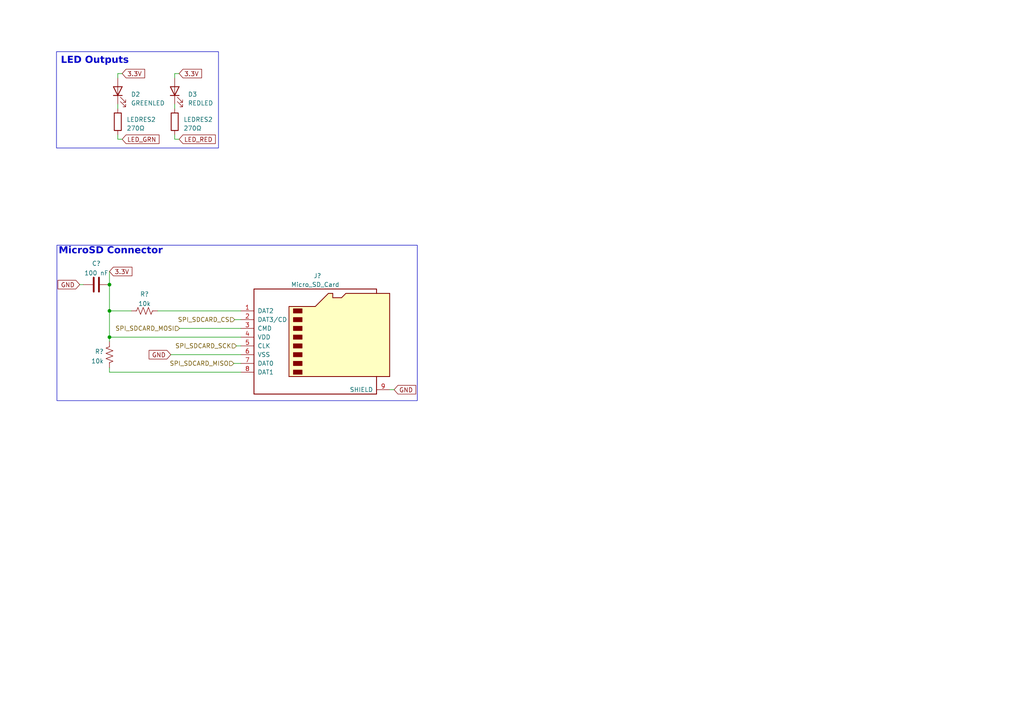
<source format=kicad_sch>
(kicad_sch (version 20230121) (generator eeschema)

  (uuid 995b9a48-067e-4433-981e-8b2598dc72e4)

  (paper "A4")

  (lib_symbols
    (symbol "Connector:Micro_SD_Card" (pin_names (offset 1.016)) (in_bom yes) (on_board yes)
      (property "Reference" "J" (at -16.51 15.24 0)
        (effects (font (size 1.27 1.27)))
      )
      (property "Value" "Micro_SD_Card" (at 16.51 15.24 0)
        (effects (font (size 1.27 1.27)) (justify right))
      )
      (property "Footprint" "" (at 29.21 7.62 0)
        (effects (font (size 1.27 1.27)) hide)
      )
      (property "Datasheet" "http://katalog.we-online.de/em/datasheet/693072010801.pdf" (at 0 0 0)
        (effects (font (size 1.27 1.27)) hide)
      )
      (property "ki_keywords" "connector SD microsd" (at 0 0 0)
        (effects (font (size 1.27 1.27)) hide)
      )
      (property "ki_description" "Micro SD Card Socket" (at 0 0 0)
        (effects (font (size 1.27 1.27)) hide)
      )
      (property "ki_fp_filters" "microSD*" (at 0 0 0)
        (effects (font (size 1.27 1.27)) hide)
      )
      (symbol "Micro_SD_Card_0_1"
        (rectangle (start -7.62 -9.525) (end -5.08 -10.795)
          (stroke (width 0) (type default))
          (fill (type outline))
        )
        (rectangle (start -7.62 -6.985) (end -5.08 -8.255)
          (stroke (width 0) (type default))
          (fill (type outline))
        )
        (rectangle (start -7.62 -4.445) (end -5.08 -5.715)
          (stroke (width 0) (type default))
          (fill (type outline))
        )
        (rectangle (start -7.62 -1.905) (end -5.08 -3.175)
          (stroke (width 0) (type default))
          (fill (type outline))
        )
        (rectangle (start -7.62 0.635) (end -5.08 -0.635)
          (stroke (width 0) (type default))
          (fill (type outline))
        )
        (rectangle (start -7.62 3.175) (end -5.08 1.905)
          (stroke (width 0) (type default))
          (fill (type outline))
        )
        (rectangle (start -7.62 5.715) (end -5.08 4.445)
          (stroke (width 0) (type default))
          (fill (type outline))
        )
        (rectangle (start -7.62 8.255) (end -5.08 6.985)
          (stroke (width 0) (type default))
          (fill (type outline))
        )
        (polyline
          (pts
            (xy 16.51 12.7)
            (xy 16.51 13.97)
            (xy -19.05 13.97)
            (xy -19.05 -16.51)
            (xy 16.51 -16.51)
            (xy 16.51 -11.43)
          )
          (stroke (width 0.254) (type default))
          (fill (type none))
        )
        (polyline
          (pts
            (xy -8.89 -11.43)
            (xy -8.89 8.89)
            (xy -1.27 8.89)
            (xy 2.54 12.7)
            (xy 3.81 12.7)
            (xy 3.81 11.43)
            (xy 6.35 11.43)
            (xy 7.62 12.7)
            (xy 20.32 12.7)
            (xy 20.32 -11.43)
            (xy -8.89 -11.43)
          )
          (stroke (width 0.254) (type default))
          (fill (type background))
        )
      )
      (symbol "Micro_SD_Card_1_1"
        (pin bidirectional line (at -22.86 7.62 0) (length 3.81)
          (name "DAT2" (effects (font (size 1.27 1.27))))
          (number "1" (effects (font (size 1.27 1.27))))
        )
        (pin bidirectional line (at -22.86 5.08 0) (length 3.81)
          (name "DAT3/CD" (effects (font (size 1.27 1.27))))
          (number "2" (effects (font (size 1.27 1.27))))
        )
        (pin input line (at -22.86 2.54 0) (length 3.81)
          (name "CMD" (effects (font (size 1.27 1.27))))
          (number "3" (effects (font (size 1.27 1.27))))
        )
        (pin power_in line (at -22.86 0 0) (length 3.81)
          (name "VDD" (effects (font (size 1.27 1.27))))
          (number "4" (effects (font (size 1.27 1.27))))
        )
        (pin input line (at -22.86 -2.54 0) (length 3.81)
          (name "CLK" (effects (font (size 1.27 1.27))))
          (number "5" (effects (font (size 1.27 1.27))))
        )
        (pin power_in line (at -22.86 -5.08 0) (length 3.81)
          (name "VSS" (effects (font (size 1.27 1.27))))
          (number "6" (effects (font (size 1.27 1.27))))
        )
        (pin bidirectional line (at -22.86 -7.62 0) (length 3.81)
          (name "DAT0" (effects (font (size 1.27 1.27))))
          (number "7" (effects (font (size 1.27 1.27))))
        )
        (pin bidirectional line (at -22.86 -10.16 0) (length 3.81)
          (name "DAT1" (effects (font (size 1.27 1.27))))
          (number "8" (effects (font (size 1.27 1.27))))
        )
        (pin passive line (at 20.32 -15.24 180) (length 3.81)
          (name "SHIELD" (effects (font (size 1.27 1.27))))
          (number "9" (effects (font (size 1.27 1.27))))
        )
      )
    )
    (symbol "D24V50F5:C" (pin_numbers hide) (pin_names (offset 0.254)) (in_bom yes) (on_board yes)
      (property "Reference" "C" (at 0.635 2.54 0)
        (effects (font (size 1.27 1.27)) (justify left))
      )
      (property "Value" "C" (at 0.635 -2.54 0)
        (effects (font (size 1.27 1.27)) (justify left))
      )
      (property "Footprint" "" (at 0.9652 -3.81 0)
        (effects (font (size 1.27 1.27)) hide)
      )
      (property "Datasheet" "~" (at 0 0 0)
        (effects (font (size 1.27 1.27)) hide)
      )
      (property "ki_keywords" "cap capacitor" (at 0 0 0)
        (effects (font (size 1.27 1.27)) hide)
      )
      (property "ki_description" "Unpolarized capacitor" (at 0 0 0)
        (effects (font (size 1.27 1.27)) hide)
      )
      (property "ki_fp_filters" "C_*" (at 0 0 0)
        (effects (font (size 1.27 1.27)) hide)
      )
      (symbol "C_0_1"
        (polyline
          (pts
            (xy -2.032 -0.762)
            (xy 2.032 -0.762)
          )
          (stroke (width 0.508) (type default))
          (fill (type none))
        )
        (polyline
          (pts
            (xy -2.032 0.762)
            (xy 2.032 0.762)
          )
          (stroke (width 0.508) (type default))
          (fill (type none))
        )
      )
      (symbol "C_1_1"
        (pin passive line (at 0 3.81 270) (length 2.794)
          (name "~" (effects (font (size 1.27 1.27))))
          (number "1" (effects (font (size 1.27 1.27))))
        )
        (pin passive line (at 0 -3.81 90) (length 2.794)
          (name "~" (effects (font (size 1.27 1.27))))
          (number "2" (effects (font (size 1.27 1.27))))
        )
      )
    )
    (symbol "D24V50F5:R_US" (pin_numbers hide) (pin_names (offset 0)) (in_bom yes) (on_board yes)
      (property "Reference" "R" (at 2.54 0 90)
        (effects (font (size 1.27 1.27)))
      )
      (property "Value" "R_US" (at -2.54 0 90)
        (effects (font (size 1.27 1.27)))
      )
      (property "Footprint" "" (at 1.016 -0.254 90)
        (effects (font (size 1.27 1.27)) hide)
      )
      (property "Datasheet" "~" (at 0 0 0)
        (effects (font (size 1.27 1.27)) hide)
      )
      (property "ki_keywords" "R res resistor" (at 0 0 0)
        (effects (font (size 1.27 1.27)) hide)
      )
      (property "ki_description" "Resistor, US symbol" (at 0 0 0)
        (effects (font (size 1.27 1.27)) hide)
      )
      (property "ki_fp_filters" "R_*" (at 0 0 0)
        (effects (font (size 1.27 1.27)) hide)
      )
      (symbol "R_US_0_1"
        (polyline
          (pts
            (xy 0 -2.286)
            (xy 0 -2.54)
          )
          (stroke (width 0) (type default))
          (fill (type none))
        )
        (polyline
          (pts
            (xy 0 2.286)
            (xy 0 2.54)
          )
          (stroke (width 0) (type default))
          (fill (type none))
        )
        (polyline
          (pts
            (xy 0 -0.762)
            (xy 1.016 -1.143)
            (xy 0 -1.524)
            (xy -1.016 -1.905)
            (xy 0 -2.286)
          )
          (stroke (width 0) (type default))
          (fill (type none))
        )
        (polyline
          (pts
            (xy 0 0.762)
            (xy 1.016 0.381)
            (xy 0 0)
            (xy -1.016 -0.381)
            (xy 0 -0.762)
          )
          (stroke (width 0) (type default))
          (fill (type none))
        )
        (polyline
          (pts
            (xy 0 2.286)
            (xy 1.016 1.905)
            (xy 0 1.524)
            (xy -1.016 1.143)
            (xy 0 0.762)
          )
          (stroke (width 0) (type default))
          (fill (type none))
        )
      )
      (symbol "R_US_1_1"
        (pin passive line (at 0 3.81 270) (length 1.27)
          (name "~" (effects (font (size 1.27 1.27))))
          (number "1" (effects (font (size 1.27 1.27))))
        )
        (pin passive line (at 0 -3.81 90) (length 1.27)
          (name "~" (effects (font (size 1.27 1.27))))
          (number "2" (effects (font (size 1.27 1.27))))
        )
      )
    )
    (symbol "Device:LED" (pin_numbers hide) (pin_names (offset 1.016) hide) (in_bom yes) (on_board yes)
      (property "Reference" "D" (at 0 2.54 0)
        (effects (font (size 1.27 1.27)))
      )
      (property "Value" "LED" (at 0 -2.54 0)
        (effects (font (size 1.27 1.27)))
      )
      (property "Footprint" "" (at 0 0 0)
        (effects (font (size 1.27 1.27)) hide)
      )
      (property "Datasheet" "~" (at 0 0 0)
        (effects (font (size 1.27 1.27)) hide)
      )
      (property "ki_keywords" "LED diode" (at 0 0 0)
        (effects (font (size 1.27 1.27)) hide)
      )
      (property "ki_description" "Light emitting diode" (at 0 0 0)
        (effects (font (size 1.27 1.27)) hide)
      )
      (property "ki_fp_filters" "LED* LED_SMD:* LED_THT:*" (at 0 0 0)
        (effects (font (size 1.27 1.27)) hide)
      )
      (symbol "LED_0_1"
        (polyline
          (pts
            (xy -1.27 -1.27)
            (xy -1.27 1.27)
          )
          (stroke (width 0.254) (type default))
          (fill (type none))
        )
        (polyline
          (pts
            (xy -1.27 0)
            (xy 1.27 0)
          )
          (stroke (width 0) (type default))
          (fill (type none))
        )
        (polyline
          (pts
            (xy 1.27 -1.27)
            (xy 1.27 1.27)
            (xy -1.27 0)
            (xy 1.27 -1.27)
          )
          (stroke (width 0.254) (type default))
          (fill (type none))
        )
        (polyline
          (pts
            (xy -3.048 -0.762)
            (xy -4.572 -2.286)
            (xy -3.81 -2.286)
            (xy -4.572 -2.286)
            (xy -4.572 -1.524)
          )
          (stroke (width 0) (type default))
          (fill (type none))
        )
        (polyline
          (pts
            (xy -1.778 -0.762)
            (xy -3.302 -2.286)
            (xy -2.54 -2.286)
            (xy -3.302 -2.286)
            (xy -3.302 -1.524)
          )
          (stroke (width 0) (type default))
          (fill (type none))
        )
      )
      (symbol "LED_1_1"
        (pin passive line (at -3.81 0 0) (length 2.54)
          (name "K" (effects (font (size 1.27 1.27))))
          (number "1" (effects (font (size 1.27 1.27))))
        )
        (pin passive line (at 3.81 0 180) (length 2.54)
          (name "A" (effects (font (size 1.27 1.27))))
          (number "2" (effects (font (size 1.27 1.27))))
        )
      )
    )
    (symbol "Device:R" (pin_numbers hide) (pin_names (offset 0)) (in_bom yes) (on_board yes)
      (property "Reference" "R" (at 2.032 0 90)
        (effects (font (size 1.27 1.27)))
      )
      (property "Value" "R" (at 0 0 90)
        (effects (font (size 1.27 1.27)))
      )
      (property "Footprint" "" (at -1.778 0 90)
        (effects (font (size 1.27 1.27)) hide)
      )
      (property "Datasheet" "~" (at 0 0 0)
        (effects (font (size 1.27 1.27)) hide)
      )
      (property "ki_keywords" "R res resistor" (at 0 0 0)
        (effects (font (size 1.27 1.27)) hide)
      )
      (property "ki_description" "Resistor" (at 0 0 0)
        (effects (font (size 1.27 1.27)) hide)
      )
      (property "ki_fp_filters" "R_*" (at 0 0 0)
        (effects (font (size 1.27 1.27)) hide)
      )
      (symbol "R_0_1"
        (rectangle (start -1.016 -2.54) (end 1.016 2.54)
          (stroke (width 0.254) (type default))
          (fill (type none))
        )
      )
      (symbol "R_1_1"
        (pin passive line (at 0 3.81 270) (length 1.27)
          (name "~" (effects (font (size 1.27 1.27))))
          (number "1" (effects (font (size 1.27 1.27))))
        )
        (pin passive line (at 0 -3.81 90) (length 1.27)
          (name "~" (effects (font (size 1.27 1.27))))
          (number "2" (effects (font (size 1.27 1.27))))
        )
      )
    )
  )

  (junction (at 31.75 97.79) (diameter 0) (color 0 0 0 0)
    (uuid 1c2342bc-53bd-48bc-8f1e-160358ea4ed8)
  )
  (junction (at 31.75 82.55) (diameter 0) (color 0 0 0 0)
    (uuid 44712941-cc38-4943-acfb-24cbb437d64e)
  )
  (junction (at 31.75 90.17) (diameter 0) (color 0 0 0 0)
    (uuid df9d8f07-35d7-4105-ba41-635278e494b6)
  )

  (wire (pts (xy 34.163 39.116) (xy 34.163 40.386))
    (stroke (width 0) (type default))
    (uuid 47a078c3-0027-4d95-9b09-c231781ea436)
  )
  (wire (pts (xy 69.85 107.95) (xy 31.75 107.95))
    (stroke (width 0) (type default))
    (uuid 51b28a8a-7b30-4979-b540-84af0443c68f)
  )
  (wire (pts (xy 31.75 90.17) (xy 38.1 90.17))
    (stroke (width 0) (type default))
    (uuid 53cd4021-0bc6-4997-804b-77aa339eea07)
  )
  (wire (pts (xy 45.72 90.17) (xy 69.85 90.17))
    (stroke (width 0) (type default))
    (uuid 572e1d63-6d6d-47a6-b62e-5f9ad59c8797)
  )
  (wire (pts (xy 68.072 92.71) (xy 69.85 92.71))
    (stroke (width 0) (type default))
    (uuid 5b025dcf-c35a-4e9a-9949-5d180ccab52f)
  )
  (wire (pts (xy 50.673 39.116) (xy 50.673 40.386))
    (stroke (width 0) (type default))
    (uuid 5c07c085-cf0e-47bf-b25f-cb8ea5e93289)
  )
  (wire (pts (xy 31.75 90.17) (xy 31.75 82.55))
    (stroke (width 0) (type default))
    (uuid 62493073-f8b8-45c9-8c00-76abdfc5eb3f)
  )
  (wire (pts (xy 50.673 30.226) (xy 50.673 31.496))
    (stroke (width 0) (type default))
    (uuid 8d0c19f8-adfe-4388-97dd-21adae787ee1)
  )
  (wire (pts (xy 52.07 95.25) (xy 69.85 95.25))
    (stroke (width 0) (type default))
    (uuid 9205c0ad-d1ca-4cce-9578-b53064c8c8ec)
  )
  (wire (pts (xy 31.75 107.95) (xy 31.75 106.68))
    (stroke (width 0) (type default))
    (uuid 93475184-88e2-4d09-8cd3-b7ae1677bf9b)
  )
  (wire (pts (xy 50.673 21.336) (xy 50.673 22.606))
    (stroke (width 0) (type default))
    (uuid 9edcecaa-dd0b-4bab-84d1-13edc3740599)
  )
  (wire (pts (xy 31.75 78.74) (xy 31.75 82.55))
    (stroke (width 0) (type default))
    (uuid a085d579-ad58-43d3-a601-41b9838c8d47)
  )
  (wire (pts (xy 50.673 40.386) (xy 51.943 40.386))
    (stroke (width 0) (type default))
    (uuid a2cf38ab-8fec-47f9-9800-9acac066c4a0)
  )
  (wire (pts (xy 114.3 113.03) (xy 113.03 113.03))
    (stroke (width 0) (type default))
    (uuid a83aa501-bf84-425b-8352-414eb9cf9168)
  )
  (wire (pts (xy 31.75 97.79) (xy 31.75 90.17))
    (stroke (width 0) (type default))
    (uuid af02850c-0707-4880-9e56-bd0f57006092)
  )
  (wire (pts (xy 23.114 82.55) (xy 24.13 82.55))
    (stroke (width 0) (type default))
    (uuid c272ee30-7307-47f1-aa52-61f1a00457e1)
  )
  (wire (pts (xy 49.53 102.87) (xy 69.85 102.87))
    (stroke (width 0) (type default))
    (uuid c489fc7c-2254-42f0-922f-0b5ec5116326)
  )
  (wire (pts (xy 68.58 100.33) (xy 69.85 100.33))
    (stroke (width 0) (type default))
    (uuid d14f7956-1e80-41b4-b7ad-ee8dfb5e03ec)
  )
  (wire (pts (xy 31.75 97.79) (xy 31.75 99.06))
    (stroke (width 0) (type default))
    (uuid d331fcf9-98e9-4768-b92a-9771d73e61a0)
  )
  (wire (pts (xy 67.818 105.41) (xy 69.85 105.41))
    (stroke (width 0) (type default))
    (uuid dc871f62-36f1-4a45-810e-b161cf25976b)
  )
  (wire (pts (xy 50.673 21.336) (xy 51.943 21.336))
    (stroke (width 0) (type default))
    (uuid f4d6a961-b687-42d4-86d5-4c6924115fff)
  )
  (wire (pts (xy 34.163 30.226) (xy 34.163 31.496))
    (stroke (width 0) (type default))
    (uuid f696528c-28a3-429e-adb6-7d499ff3ad18)
  )
  (wire (pts (xy 34.163 21.336) (xy 35.433 21.336))
    (stroke (width 0) (type default))
    (uuid f94f986a-0a19-44df-a795-69025cff2895)
  )
  (wire (pts (xy 31.75 97.79) (xy 69.85 97.79))
    (stroke (width 0) (type default))
    (uuid fa4fbd6e-dc1d-4f80-bff8-26c08a0456b3)
  )
  (wire (pts (xy 34.163 40.386) (xy 35.433 40.386))
    (stroke (width 0) (type default))
    (uuid fdc46cb0-71a5-4a58-97ef-9949950112e2)
  )
  (wire (pts (xy 34.163 21.336) (xy 34.163 22.606))
    (stroke (width 0) (type default))
    (uuid ffd8160b-4d8a-4374-933c-6ddaafe07c47)
  )

  (rectangle (start 16.383 14.986) (end 63.373 42.926)
    (stroke (width 0) (type default))
    (fill (type none))
    (uuid cbc5ec63-2965-4a35-807e-2e4b2f2b11d4)
  )
  (rectangle (start 16.51 71.12) (end 121.031 116.205)
    (stroke (width 0) (type default))
    (fill (type none))
    (uuid ddd5af7c-5269-4839-a670-8c260e40d1c0)
  )

  (text "LED Outputs\n\n\n\n\n" (at 17.653 32.766 0)
    (effects (font (face "Bell MT") (size 2 2) (thickness 0.4) bold) (justify left bottom))
    (uuid 0c42a69e-55c3-4b65-9cdf-dc665b4f95bf)
  )
  (text "MicroSD Connector\n" (at 17.018 74.549 0)
    (effects (font (face "Bell MT") (size 2 2) (thickness 0.4) bold) (justify left bottom))
    (uuid 4eadc3e8-3467-41da-bd74-db798f3ad258)
  )

  (global_label "3.3V" (shape input) (at 31.75 78.74 0) (fields_autoplaced)
    (effects (font (size 1.27 1.27)) (justify left))
    (uuid 03ee5ee7-72a5-47e7-b65c-5093b32fc8f7)
    (property "Intersheetrefs" "${INTERSHEET_REFS}" (at 38.7682 78.74 0)
      (effects (font (size 1.27 1.27)) (justify left) hide)
    )
  )
  (global_label "LED_RED" (shape input) (at 51.943 40.386 0) (fields_autoplaced)
    (effects (font (size 1.27 1.27)) (justify left))
    (uuid 2428f84b-4e51-4c79-b195-06f7b4d801e5)
    (property "Intersheetrefs" "${INTERSHEET_REFS}" (at 62.9525 40.386 0)
      (effects (font (size 1.27 1.27)) (justify left) hide)
    )
  )
  (global_label "3.3V" (shape input) (at 35.433 21.336 0) (fields_autoplaced)
    (effects (font (size 1.27 1.27)) (justify left))
    (uuid 3b706d53-d2ae-4ed8-8d32-9d1836250ff8)
    (property "Intersheetrefs" "${INTERSHEET_REFS}" (at 42.4512 21.336 0)
      (effects (font (size 1.27 1.27)) (justify left) hide)
    )
  )
  (global_label "GND" (shape input) (at 49.53 102.87 180) (fields_autoplaced)
    (effects (font (size 1.27 1.27)) (justify right))
    (uuid 48ba7365-b6be-4add-bc7b-7fa491b87a8e)
    (property "Intersheetrefs" "${INTERSHEET_REFS}" (at 42.7537 102.87 0)
      (effects (font (size 1.27 1.27)) (justify right) hide)
    )
  )
  (global_label "GND" (shape input) (at 114.3 113.03 0) (fields_autoplaced)
    (effects (font (size 1.27 1.27)) (justify left))
    (uuid 7a3ed443-c225-4274-92ee-ab1714d76dd8)
    (property "Intersheetrefs" "${INTERSHEET_REFS}" (at 121.0763 113.03 0)
      (effects (font (size 1.27 1.27)) (justify left) hide)
    )
  )
  (global_label "LED_GRN" (shape input) (at 35.433 40.386 0) (fields_autoplaced)
    (effects (font (size 1.27 1.27)) (justify left))
    (uuid 97695dff-ed52-49d8-975f-ec6d73960948)
    (property "Intersheetrefs" "${INTERSHEET_REFS}" (at 46.624 40.386 0)
      (effects (font (size 1.27 1.27)) (justify left) hide)
    )
  )
  (global_label "3.3V" (shape input) (at 51.943 21.336 0) (fields_autoplaced)
    (effects (font (size 1.27 1.27)) (justify left))
    (uuid a4062307-0804-42ee-b383-5d54ad8abb19)
    (property "Intersheetrefs" "${INTERSHEET_REFS}" (at 58.9612 21.336 0)
      (effects (font (size 1.27 1.27)) (justify left) hide)
    )
  )
  (global_label "GND" (shape input) (at 23.114 82.55 180) (fields_autoplaced)
    (effects (font (size 1.27 1.27)) (justify right))
    (uuid de71927e-a1f0-4fca-8cda-77544f229054)
    (property "Intersheetrefs" "${INTERSHEET_REFS}" (at 16.3377 82.55 0)
      (effects (font (size 1.27 1.27)) (justify right) hide)
    )
  )

  (hierarchical_label "SPI_SDCARD_MISO" (shape input) (at 67.818 105.41 180) (fields_autoplaced)
    (effects (font (size 1.27 1.27)) (justify right))
    (uuid 0bc23acb-ff73-4a06-bd4b-1216c8673fa9)
  )
  (hierarchical_label "SPI_SDCARD_CS" (shape input) (at 68.072 92.71 180) (fields_autoplaced)
    (effects (font (size 1.27 1.27)) (justify right))
    (uuid 104a82e3-7ba1-4eb7-ad86-55fa2ba0b8b0)
  )
  (hierarchical_label "SPI_SDCARD_SCK" (shape input) (at 68.58 100.33 180) (fields_autoplaced)
    (effects (font (size 1.27 1.27)) (justify right))
    (uuid 7ec28e3d-8359-4496-b5fa-06226cde8325)
  )
  (hierarchical_label "SPI_SDCARD_MOSI" (shape input) (at 52.07 95.25 180) (fields_autoplaced)
    (effects (font (size 1.27 1.27)) (justify right))
    (uuid 7edabb92-74a8-4088-b97c-86a64392807d)
  )

  (symbol (lib_id "Device:R") (at 34.163 35.306 0) (unit 1)
    (in_bom yes) (on_board yes) (dnp no) (fields_autoplaced)
    (uuid 0ccabd5a-f20d-4894-9deb-ad115ffdf2de)
    (property "Reference" "LEDRES2" (at 36.703 34.671 0)
      (effects (font (size 1.27 1.27)) (justify left))
    )
    (property "Value" "270Ω" (at 36.703 37.211 0)
      (effects (font (size 1.27 1.27)) (justify left))
    )
    (property "Footprint" "Resistor_SMD:R_0603_1608Metric" (at 32.385 35.306 90)
      (effects (font (size 1.27 1.27)) hide)
    )
    (property "Datasheet" "https://jlcpcb.com/partdetail/23693-0603WAF2700T5E/C22966" (at 34.163 35.306 0)
      (effects (font (size 1.27 1.27)) hide)
    )
    (pin "1" (uuid d693c980-c378-4b61-974c-661e0f829988))
    (pin "2" (uuid 285fca44-fb79-49b2-8fb7-d33fbe19d9b4))
    (instances
      (project "ORCAPCB"
        (path "/11a8506c-b6ad-45ac-a655-0503ff759050"
          (reference "LEDRES2") (unit 1)
        )
      )
      (project "ORCASandboxBackup22224"
        (path "/5233321a-2b4a-4405-b908-5bf77ab12e0a"
          (reference "LEDRES2") (unit 1)
        )
      )
      (project "BlackBoxBLSI"
        (path "/98ddc91a-caee-41b7-bd1d-3a5466cb9ed7"
          (reference "LEDRES?") (unit 1)
        )
        (path "/98ddc91a-caee-41b7-bd1d-3a5466cb9ed7/30efc1e3-b8fe-4c4a-b829-539e2ee6d431"
          (reference "LEDRES?") (unit 1)
        )
        (path "/98ddc91a-caee-41b7-bd1d-3a5466cb9ed7/79c6efea-c082-437a-8ad3-eeaae48b5676"
          (reference "LEDRES?") (unit 1)
        )
      )
    )
  )

  (symbol (lib_id "Device:LED") (at 50.673 26.416 90) (unit 1)
    (in_bom yes) (on_board yes) (dnp no)
    (uuid 1aee188f-3a35-44a2-8dc9-7c128f557015)
    (property "Reference" "D3" (at 54.483 27.3685 90)
      (effects (font (size 1.27 1.27)) (justify right))
    )
    (property "Value" "REDLED" (at 54.483 29.9085 90)
      (effects (font (size 1.27 1.27)) (justify right))
    )
    (property "Footprint" "LED_SMD:LED_0603_1608Metric" (at 50.673 26.416 0)
      (effects (font (size 1.27 1.27)) hide)
    )
    (property "Datasheet" "https://jlcpcb.com/partdetail/Hubei_KentoElec-KT0603R/C2286" (at 50.673 26.416 0)
      (effects (font (size 1.27 1.27)) hide)
    )
    (pin "1" (uuid a2f66ba7-4043-4d01-92c9-15bbe70786f7))
    (pin "2" (uuid 38660bc7-d32e-46e7-9a66-2d1be348f152))
    (instances
      (project "ORCASandboxBackup22224"
        (path "/5233321a-2b4a-4405-b908-5bf77ab12e0a"
          (reference "D3") (unit 1)
        )
      )
      (project "BlackBoxBLSI"
        (path "/98ddc91a-caee-41b7-bd1d-3a5466cb9ed7"
          (reference "D?") (unit 1)
        )
        (path "/98ddc91a-caee-41b7-bd1d-3a5466cb9ed7/30efc1e3-b8fe-4c4a-b829-539e2ee6d431"
          (reference "D?") (unit 1)
        )
        (path "/98ddc91a-caee-41b7-bd1d-3a5466cb9ed7/79c6efea-c082-437a-8ad3-eeaae48b5676"
          (reference "D?") (unit 1)
        )
      )
    )
  )

  (symbol (lib_id "D24V50F5:R_US") (at 41.91 90.17 90) (unit 1)
    (in_bom yes) (on_board yes) (dnp no) (fields_autoplaced)
    (uuid 1d9d644b-2ad9-484b-a5ac-f35ca9fc8d3d)
    (property "Reference" "R?" (at 41.91 85.3145 90)
      (effects (font (size 1.27 1.27)))
    )
    (property "Value" "10k" (at 41.91 88.0896 90)
      (effects (font (size 1.27 1.27)))
    )
    (property "Footprint" "Resistor_SMD:R_0805_2012Metric" (at 42.164 89.154 90)
      (effects (font (size 1.27 1.27)) hide)
    )
    (property "Datasheet" "~" (at 41.91 90.17 0)
      (effects (font (size 1.27 1.27)) hide)
    )
    (pin "1" (uuid cf6a0e32-60bb-4a96-a932-78c0ddaf0aef))
    (pin "2" (uuid 4af56acd-f897-4029-9ee0-da3e4179e8f5))
    (instances
      (project "BlackBoxBLSI"
        (path "/98ddc91a-caee-41b7-bd1d-3a5466cb9ed7"
          (reference "R?") (unit 1)
        )
        (path "/98ddc91a-caee-41b7-bd1d-3a5466cb9ed7/79c6efea-c082-437a-8ad3-eeaae48b5676"
          (reference "R?") (unit 1)
        )
      )
      (project "Blackbox"
        (path "/e63e39d7-6ac0-4ffd-8aa3-1841a4541b55"
          (reference "R102") (unit 1)
        )
      )
    )
  )

  (symbol (lib_id "Connector:Micro_SD_Card") (at 92.71 97.79 0) (unit 1)
    (in_bom yes) (on_board yes) (dnp no)
    (uuid 2223dd7a-a674-4990-b067-f70751030e9e)
    (property "Reference" "J?" (at 92.075 80.01 0)
      (effects (font (size 1.27 1.27)))
    )
    (property "Value" "Micro_SD_Card" (at 91.44 82.55 0)
      (effects (font (size 1.27 1.27)))
    )
    (property "Footprint" "Connector_Card:microSD_HC_Hirose_DM3AT-SF-PEJM5" (at 121.92 90.17 0)
      (effects (font (size 1.27 1.27)) hide)
    )
    (property "Datasheet" "http://katalog.we-online.de/em/datasheet/693072010801.pdf" (at 92.71 97.79 0)
      (effects (font (size 1.27 1.27)) hide)
    )
    (pin "1" (uuid 2c53a568-9627-4a30-a75f-117b894b9f14))
    (pin "2" (uuid 24ebe05b-407f-429d-8eb0-38cc99ff69b2))
    (pin "3" (uuid 533b817e-afe6-43b3-97f0-3a7ed971c30f))
    (pin "4" (uuid bcc60a16-9554-41a9-bcbb-2dbb903f9748))
    (pin "5" (uuid 7bccba56-75be-460f-ac2a-351bbfafba38))
    (pin "6" (uuid 972b2ccd-ac84-4df3-b850-fdaff9dd2777))
    (pin "7" (uuid a046affb-8fb5-405f-af5c-e48cf9f24e3a))
    (pin "8" (uuid 62733c48-677c-490b-9448-8c160e98605c))
    (pin "9" (uuid c5738f5c-8706-4ad5-99a4-0a9f6075a2ee))
    (instances
      (project "BlackBoxBLSI"
        (path "/98ddc91a-caee-41b7-bd1d-3a5466cb9ed7"
          (reference "J?") (unit 1)
        )
        (path "/98ddc91a-caee-41b7-bd1d-3a5466cb9ed7/79c6efea-c082-437a-8ad3-eeaae48b5676"
          (reference "J?") (unit 1)
        )
      )
      (project "Blackbox"
        (path "/e63e39d7-6ac0-4ffd-8aa3-1841a4541b55"
          (reference "J3") (unit 1)
        )
      )
    )
  )

  (symbol (lib_id "D24V50F5:R_US") (at 31.75 102.87 0) (mirror y) (unit 1)
    (in_bom yes) (on_board yes) (dnp no)
    (uuid a4c7497f-f8ce-4b3e-9e5c-5b9b35b52d8a)
    (property "Reference" "R?" (at 30.099 101.9615 0)
      (effects (font (size 1.27 1.27)) (justify left))
    )
    (property "Value" "10k" (at 30.099 104.7366 0)
      (effects (font (size 1.27 1.27)) (justify left))
    )
    (property "Footprint" "Resistor_SMD:R_0805_2012Metric" (at 30.734 103.124 90)
      (effects (font (size 1.27 1.27)) hide)
    )
    (property "Datasheet" "~" (at 31.75 102.87 0)
      (effects (font (size 1.27 1.27)) hide)
    )
    (pin "1" (uuid c0d29e58-2e6a-4cb9-88db-3ed09ba5c9eb))
    (pin "2" (uuid 02e7dee6-ef09-496f-8480-0a6129e621e9))
    (instances
      (project "BlackBoxBLSI"
        (path "/98ddc91a-caee-41b7-bd1d-3a5466cb9ed7"
          (reference "R?") (unit 1)
        )
        (path "/98ddc91a-caee-41b7-bd1d-3a5466cb9ed7/79c6efea-c082-437a-8ad3-eeaae48b5676"
          (reference "R?") (unit 1)
        )
      )
      (project "Blackbox"
        (path "/e63e39d7-6ac0-4ffd-8aa3-1841a4541b55"
          (reference "R101") (unit 1)
        )
      )
    )
  )

  (symbol (lib_id "D24V50F5:C") (at 27.94 82.55 90) (unit 1)
    (in_bom yes) (on_board yes) (dnp no) (fields_autoplaced)
    (uuid f26a08dc-9a55-437f-a4fe-29d1d8de39fc)
    (property "Reference" "C?" (at 27.94 76.4245 90)
      (effects (font (size 1.27 1.27)))
    )
    (property "Value" "100 nF" (at 27.94 79.1996 90)
      (effects (font (size 1.27 1.27)))
    )
    (property "Footprint" "Capacitor_SMD:C_0805_2012Metric" (at 31.75 81.5848 0)
      (effects (font (size 1.27 1.27)) hide)
    )
    (property "Datasheet" "~" (at 27.94 82.55 0)
      (effects (font (size 1.27 1.27)) hide)
    )
    (pin "1" (uuid 82ae44ee-fe26-49ff-8928-8d128d0f10bf))
    (pin "2" (uuid 962c40dd-09ed-4e30-8138-713c07e1a136))
    (instances
      (project "BlackBoxBLSI"
        (path "/98ddc91a-caee-41b7-bd1d-3a5466cb9ed7"
          (reference "C?") (unit 1)
        )
        (path "/98ddc91a-caee-41b7-bd1d-3a5466cb9ed7/79c6efea-c082-437a-8ad3-eeaae48b5676"
          (reference "C?") (unit 1)
        )
      )
      (project "Blackbox"
        (path "/e63e39d7-6ac0-4ffd-8aa3-1841a4541b55"
          (reference "C122") (unit 1)
        )
      )
    )
  )

  (symbol (lib_id "Device:LED") (at 34.163 26.416 90) (unit 1)
    (in_bom yes) (on_board yes) (dnp no) (fields_autoplaced)
    (uuid f29ae0cd-3d08-4d74-bf07-c81fe8c2b929)
    (property "Reference" "D2" (at 37.973 27.3685 90)
      (effects (font (size 1.27 1.27)) (justify right))
    )
    (property "Value" "GREENLED" (at 37.973 29.9085 90)
      (effects (font (size 1.27 1.27)) (justify right))
    )
    (property "Footprint" "LED_SMD:LED_0603_1608Metric" (at 34.163 26.416 0)
      (effects (font (size 1.27 1.27)) hide)
    )
    (property "Datasheet" "https://jlcpcb.com/partdetail/TUOZHAN-TZ_P2_0603YGTCS1_06T/C916074" (at 34.163 26.416 0)
      (effects (font (size 1.27 1.27)) hide)
    )
    (pin "1" (uuid 8b29f0b2-fb45-4f27-827a-065960a94713))
    (pin "2" (uuid 5cad5745-9b86-41e8-a749-0248cffc0fde))
    (instances
      (project "ORCASandboxBackup22224"
        (path "/5233321a-2b4a-4405-b908-5bf77ab12e0a"
          (reference "D2") (unit 1)
        )
      )
      (project "BlackBoxBLSI"
        (path "/98ddc91a-caee-41b7-bd1d-3a5466cb9ed7"
          (reference "D?") (unit 1)
        )
        (path "/98ddc91a-caee-41b7-bd1d-3a5466cb9ed7/30efc1e3-b8fe-4c4a-b829-539e2ee6d431"
          (reference "D?") (unit 1)
        )
        (path "/98ddc91a-caee-41b7-bd1d-3a5466cb9ed7/79c6efea-c082-437a-8ad3-eeaae48b5676"
          (reference "D?") (unit 1)
        )
      )
    )
  )

  (symbol (lib_id "Device:R") (at 50.673 35.306 0) (unit 1)
    (in_bom yes) (on_board yes) (dnp no)
    (uuid f32d7df2-5106-43a8-92c8-2a9eef5c275a)
    (property "Reference" "LEDRES2" (at 53.213 34.671 0)
      (effects (font (size 1.27 1.27)) (justify left))
    )
    (property "Value" "270Ω" (at 53.213 37.211 0)
      (effects (font (size 1.27 1.27)) (justify left))
    )
    (property "Footprint" "Resistor_SMD:R_0603_1608Metric" (at 48.895 35.306 90)
      (effects (font (size 1.27 1.27)) hide)
    )
    (property "Datasheet" "https://jlcpcb.com/partdetail/23693-0603WAF2700T5E/C22966" (at 50.673 35.306 0)
      (effects (font (size 1.27 1.27)) hide)
    )
    (pin "1" (uuid c5404263-5f0c-4b3c-af3f-4b42e50b2750))
    (pin "2" (uuid 1fce34d1-f874-48b3-8405-50d2c35f17a5))
    (instances
      (project "ORCAPCB"
        (path "/11a8506c-b6ad-45ac-a655-0503ff759050"
          (reference "LEDRES2") (unit 1)
        )
      )
      (project "ORCASandboxBackup22224"
        (path "/5233321a-2b4a-4405-b908-5bf77ab12e0a"
          (reference "LEDRES3") (unit 1)
        )
      )
      (project "BlackBoxBLSI"
        (path "/98ddc91a-caee-41b7-bd1d-3a5466cb9ed7"
          (reference "LEDRES?") (unit 1)
        )
        (path "/98ddc91a-caee-41b7-bd1d-3a5466cb9ed7/30efc1e3-b8fe-4c4a-b829-539e2ee6d431"
          (reference "LEDRES?") (unit 1)
        )
        (path "/98ddc91a-caee-41b7-bd1d-3a5466cb9ed7/79c6efea-c082-437a-8ad3-eeaae48b5676"
          (reference "LEDRES?") (unit 1)
        )
      )
    )
  )
)

</source>
